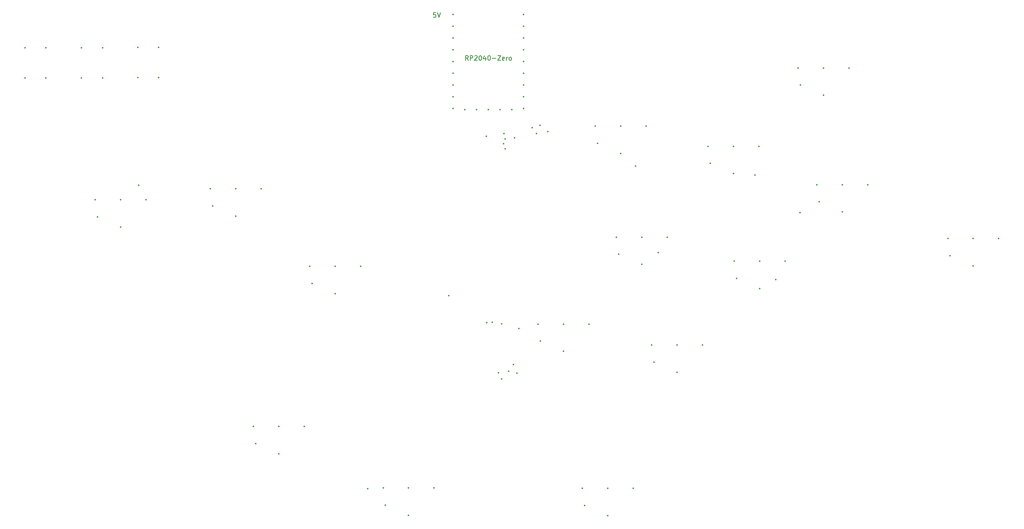
<source format=gto>
%TF.GenerationSoftware,KiCad,Pcbnew,7.0.7*%
%TF.CreationDate,2023-10-08T10:30:23+09:00*%
%TF.ProjectId,lvls,6c766c73-2e6b-4696-9361-645f70636258,rev?*%
%TF.SameCoordinates,Original*%
%TF.FileFunction,Legend,Top*%
%TF.FilePolarity,Positive*%
%FSLAX46Y46*%
G04 Gerber Fmt 4.6, Leading zero omitted, Abs format (unit mm)*
G04 Created by KiCad (PCBNEW 7.0.7) date 2023-10-08 10:30:23*
%MOMM*%
%LPD*%
G01*
G04 APERTURE LIST*
%ADD10C,0.150000*%
%ADD11C,0.350000*%
G04 APERTURE END LIST*
D10*
X133758047Y-34849819D02*
X133424714Y-34373628D01*
X133186619Y-34849819D02*
X133186619Y-33849819D01*
X133186619Y-33849819D02*
X133567571Y-33849819D01*
X133567571Y-33849819D02*
X133662809Y-33897438D01*
X133662809Y-33897438D02*
X133710428Y-33945057D01*
X133710428Y-33945057D02*
X133758047Y-34040295D01*
X133758047Y-34040295D02*
X133758047Y-34183152D01*
X133758047Y-34183152D02*
X133710428Y-34278390D01*
X133710428Y-34278390D02*
X133662809Y-34326009D01*
X133662809Y-34326009D02*
X133567571Y-34373628D01*
X133567571Y-34373628D02*
X133186619Y-34373628D01*
X134186619Y-34849819D02*
X134186619Y-33849819D01*
X134186619Y-33849819D02*
X134567571Y-33849819D01*
X134567571Y-33849819D02*
X134662809Y-33897438D01*
X134662809Y-33897438D02*
X134710428Y-33945057D01*
X134710428Y-33945057D02*
X134758047Y-34040295D01*
X134758047Y-34040295D02*
X134758047Y-34183152D01*
X134758047Y-34183152D02*
X134710428Y-34278390D01*
X134710428Y-34278390D02*
X134662809Y-34326009D01*
X134662809Y-34326009D02*
X134567571Y-34373628D01*
X134567571Y-34373628D02*
X134186619Y-34373628D01*
X135139000Y-33945057D02*
X135186619Y-33897438D01*
X135186619Y-33897438D02*
X135281857Y-33849819D01*
X135281857Y-33849819D02*
X135519952Y-33849819D01*
X135519952Y-33849819D02*
X135615190Y-33897438D01*
X135615190Y-33897438D02*
X135662809Y-33945057D01*
X135662809Y-33945057D02*
X135710428Y-34040295D01*
X135710428Y-34040295D02*
X135710428Y-34135533D01*
X135710428Y-34135533D02*
X135662809Y-34278390D01*
X135662809Y-34278390D02*
X135091381Y-34849819D01*
X135091381Y-34849819D02*
X135710428Y-34849819D01*
X136329476Y-33849819D02*
X136424714Y-33849819D01*
X136424714Y-33849819D02*
X136519952Y-33897438D01*
X136519952Y-33897438D02*
X136567571Y-33945057D01*
X136567571Y-33945057D02*
X136615190Y-34040295D01*
X136615190Y-34040295D02*
X136662809Y-34230771D01*
X136662809Y-34230771D02*
X136662809Y-34468866D01*
X136662809Y-34468866D02*
X136615190Y-34659342D01*
X136615190Y-34659342D02*
X136567571Y-34754580D01*
X136567571Y-34754580D02*
X136519952Y-34802200D01*
X136519952Y-34802200D02*
X136424714Y-34849819D01*
X136424714Y-34849819D02*
X136329476Y-34849819D01*
X136329476Y-34849819D02*
X136234238Y-34802200D01*
X136234238Y-34802200D02*
X136186619Y-34754580D01*
X136186619Y-34754580D02*
X136139000Y-34659342D01*
X136139000Y-34659342D02*
X136091381Y-34468866D01*
X136091381Y-34468866D02*
X136091381Y-34230771D01*
X136091381Y-34230771D02*
X136139000Y-34040295D01*
X136139000Y-34040295D02*
X136186619Y-33945057D01*
X136186619Y-33945057D02*
X136234238Y-33897438D01*
X136234238Y-33897438D02*
X136329476Y-33849819D01*
X137519952Y-34183152D02*
X137519952Y-34849819D01*
X137281857Y-33802200D02*
X137043762Y-34516485D01*
X137043762Y-34516485D02*
X137662809Y-34516485D01*
X138234238Y-33849819D02*
X138329476Y-33849819D01*
X138329476Y-33849819D02*
X138424714Y-33897438D01*
X138424714Y-33897438D02*
X138472333Y-33945057D01*
X138472333Y-33945057D02*
X138519952Y-34040295D01*
X138519952Y-34040295D02*
X138567571Y-34230771D01*
X138567571Y-34230771D02*
X138567571Y-34468866D01*
X138567571Y-34468866D02*
X138519952Y-34659342D01*
X138519952Y-34659342D02*
X138472333Y-34754580D01*
X138472333Y-34754580D02*
X138424714Y-34802200D01*
X138424714Y-34802200D02*
X138329476Y-34849819D01*
X138329476Y-34849819D02*
X138234238Y-34849819D01*
X138234238Y-34849819D02*
X138139000Y-34802200D01*
X138139000Y-34802200D02*
X138091381Y-34754580D01*
X138091381Y-34754580D02*
X138043762Y-34659342D01*
X138043762Y-34659342D02*
X137996143Y-34468866D01*
X137996143Y-34468866D02*
X137996143Y-34230771D01*
X137996143Y-34230771D02*
X138043762Y-34040295D01*
X138043762Y-34040295D02*
X138091381Y-33945057D01*
X138091381Y-33945057D02*
X138139000Y-33897438D01*
X138139000Y-33897438D02*
X138234238Y-33849819D01*
X138996143Y-34468866D02*
X139758048Y-34468866D01*
X140139000Y-33849819D02*
X140805666Y-33849819D01*
X140805666Y-33849819D02*
X140139000Y-34849819D01*
X140139000Y-34849819D02*
X140805666Y-34849819D01*
X141567571Y-34802200D02*
X141472333Y-34849819D01*
X141472333Y-34849819D02*
X141281857Y-34849819D01*
X141281857Y-34849819D02*
X141186619Y-34802200D01*
X141186619Y-34802200D02*
X141139000Y-34706961D01*
X141139000Y-34706961D02*
X141139000Y-34326009D01*
X141139000Y-34326009D02*
X141186619Y-34230771D01*
X141186619Y-34230771D02*
X141281857Y-34183152D01*
X141281857Y-34183152D02*
X141472333Y-34183152D01*
X141472333Y-34183152D02*
X141567571Y-34230771D01*
X141567571Y-34230771D02*
X141615190Y-34326009D01*
X141615190Y-34326009D02*
X141615190Y-34421247D01*
X141615190Y-34421247D02*
X141139000Y-34516485D01*
X142043762Y-34849819D02*
X142043762Y-34183152D01*
X142043762Y-34373628D02*
X142091381Y-34278390D01*
X142091381Y-34278390D02*
X142139000Y-34230771D01*
X142139000Y-34230771D02*
X142234238Y-34183152D01*
X142234238Y-34183152D02*
X142329476Y-34183152D01*
X142805667Y-34849819D02*
X142710429Y-34802200D01*
X142710429Y-34802200D02*
X142662810Y-34754580D01*
X142662810Y-34754580D02*
X142615191Y-34659342D01*
X142615191Y-34659342D02*
X142615191Y-34373628D01*
X142615191Y-34373628D02*
X142662810Y-34278390D01*
X142662810Y-34278390D02*
X142710429Y-34230771D01*
X142710429Y-34230771D02*
X142805667Y-34183152D01*
X142805667Y-34183152D02*
X142948524Y-34183152D01*
X142948524Y-34183152D02*
X143043762Y-34230771D01*
X143043762Y-34230771D02*
X143091381Y-34278390D01*
X143091381Y-34278390D02*
X143139000Y-34373628D01*
X143139000Y-34373628D02*
X143139000Y-34659342D01*
X143139000Y-34659342D02*
X143091381Y-34754580D01*
X143091381Y-34754580D02*
X143043762Y-34802200D01*
X143043762Y-34802200D02*
X142948524Y-34849819D01*
X142948524Y-34849819D02*
X142805667Y-34849819D01*
X126749523Y-24564819D02*
X126273333Y-24564819D01*
X126273333Y-24564819D02*
X126225714Y-25041009D01*
X126225714Y-25041009D02*
X126273333Y-24993390D01*
X126273333Y-24993390D02*
X126368571Y-24945771D01*
X126368571Y-24945771D02*
X126606666Y-24945771D01*
X126606666Y-24945771D02*
X126701904Y-24993390D01*
X126701904Y-24993390D02*
X126749523Y-25041009D01*
X126749523Y-25041009D02*
X126797142Y-25136247D01*
X126797142Y-25136247D02*
X126797142Y-25374342D01*
X126797142Y-25374342D02*
X126749523Y-25469580D01*
X126749523Y-25469580D02*
X126701904Y-25517200D01*
X126701904Y-25517200D02*
X126606666Y-25564819D01*
X126606666Y-25564819D02*
X126368571Y-25564819D01*
X126368571Y-25564819D02*
X126273333Y-25517200D01*
X126273333Y-25517200D02*
X126225714Y-25469580D01*
X127082857Y-24564819D02*
X127416190Y-25564819D01*
X127416190Y-25564819D02*
X127749523Y-24564819D01*
D11*
X112040000Y-127440000D03*
X149300000Y-48900000D03*
X137801334Y-91601334D03*
X148512299Y-50712299D03*
X137700000Y-51300000D03*
X147615497Y-49415497D03*
X144730000Y-92820000D03*
X143558638Y-100624039D03*
X144283138Y-102537701D03*
X143800000Y-51600000D03*
X141744918Y-53955788D03*
X141500000Y-50724500D03*
X141775500Y-51900000D03*
X141400000Y-52900000D03*
X151000000Y-50300000D03*
X140975500Y-91800000D03*
X140975500Y-103800000D03*
X138975500Y-91500000D03*
X142500000Y-102100000D03*
X169970000Y-57710000D03*
X174820000Y-76440000D03*
X205500000Y-67800000D03*
X62540000Y-61830000D03*
X200270000Y-82250000D03*
X140300000Y-102400000D03*
X195800000Y-59700000D03*
X66850000Y-32081500D03*
X66850000Y-38581500D03*
X62350000Y-32081500D03*
X62350000Y-38581500D03*
X50180000Y-38631500D03*
X50180000Y-32131500D03*
X54680000Y-38631500D03*
X54680000Y-32131500D03*
X42480000Y-32131500D03*
X42480000Y-38631500D03*
X37980000Y-32131500D03*
X37980000Y-38631500D03*
X129600000Y-85700000D03*
X87290000Y-114040000D03*
X87790000Y-117740000D03*
X92790000Y-114040000D03*
X92790000Y-119940000D03*
X98290000Y-114040000D03*
X158420000Y-127400000D03*
X158920000Y-131100000D03*
X163920000Y-127400000D03*
X163920000Y-133300000D03*
X169420000Y-127400000D03*
X53100000Y-65020000D03*
X53600000Y-68720000D03*
X58600000Y-65020000D03*
X58600000Y-70920000D03*
X64100000Y-65020000D03*
X145759000Y-24985000D03*
X145759000Y-27525000D03*
X145759000Y-30065000D03*
X145759000Y-32605000D03*
X145759000Y-35145000D03*
X145759000Y-37685000D03*
X145759000Y-40225000D03*
X145759000Y-42765000D03*
X145759000Y-45305000D03*
X143219000Y-45515000D03*
X140679000Y-45515000D03*
X138139000Y-45515000D03*
X135599000Y-45515000D03*
X133059000Y-45515000D03*
X130519000Y-45305000D03*
X130519000Y-42765000D03*
X130519000Y-40225000D03*
X130519000Y-37685000D03*
X130519000Y-35145000D03*
X130519000Y-32605000D03*
X130519000Y-30065000D03*
X130519000Y-27525000D03*
X130519000Y-24985000D03*
X173420000Y-96410000D03*
X173920000Y-100110000D03*
X178920000Y-96410000D03*
X178920000Y-102310000D03*
X184420000Y-96410000D03*
X115380000Y-127320000D03*
X115880000Y-131020000D03*
X120880000Y-127320000D03*
X120880000Y-133220000D03*
X126380000Y-127320000D03*
X209170000Y-61740000D03*
X209670000Y-65440000D03*
X214670000Y-61740000D03*
X214670000Y-67640000D03*
X220170000Y-61740000D03*
X99490000Y-79390000D03*
X99990000Y-83090000D03*
X104990000Y-79390000D03*
X104990000Y-85290000D03*
X110490000Y-79390000D03*
X185610000Y-53450000D03*
X186110000Y-57150000D03*
X191110000Y-53450000D03*
X191110000Y-59350000D03*
X196610000Y-53450000D03*
X148850000Y-91880000D03*
X149350000Y-95580000D03*
X154350000Y-91880000D03*
X154350000Y-97780000D03*
X159850000Y-91880000D03*
X191280000Y-78330000D03*
X191780000Y-82030000D03*
X196780000Y-78330000D03*
X196780000Y-84230000D03*
X202280000Y-78330000D03*
X237470000Y-73410000D03*
X237970000Y-77110000D03*
X242970000Y-73410000D03*
X242970000Y-79310000D03*
X248470000Y-73410000D03*
X165840000Y-73100000D03*
X166340000Y-76800000D03*
X171340000Y-73100000D03*
X171340000Y-79000000D03*
X176840000Y-73100000D03*
X205090000Y-36520000D03*
X205590000Y-40220000D03*
X210590000Y-36520000D03*
X210590000Y-42420000D03*
X216090000Y-36520000D03*
X161200000Y-49070000D03*
X161700000Y-52770000D03*
X166700000Y-49070000D03*
X166700000Y-54970000D03*
X172200000Y-49070000D03*
X77990000Y-62640000D03*
X78490000Y-66340000D03*
X83490000Y-62640000D03*
X83490000Y-68540000D03*
X88990000Y-62640000D03*
M02*

</source>
